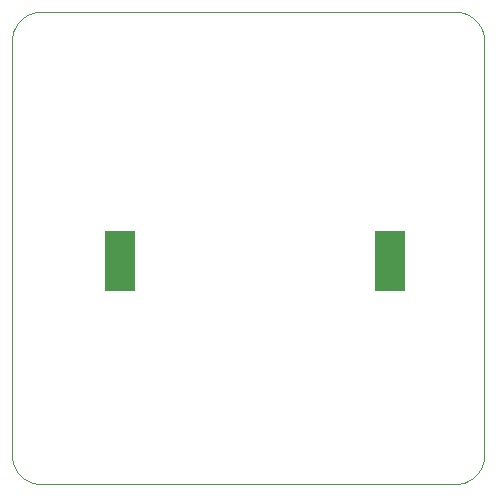
<source format=gbp>
G75*
%MOIN*%
%OFA0B0*%
%FSLAX25Y25*%
%IPPOS*%
%LPD*%
%AMOC8*
5,1,8,0,0,1.08239X$1,22.5*
%
%ADD10C,0.00000*%
%ADD11R,0.10000X0.20000*%
D10*
X0010843Y0001300D02*
X0148638Y0001300D01*
X0148876Y0001303D01*
X0149114Y0001311D01*
X0149351Y0001326D01*
X0149588Y0001346D01*
X0149824Y0001372D01*
X0150060Y0001403D01*
X0150295Y0001440D01*
X0150529Y0001483D01*
X0150762Y0001532D01*
X0150994Y0001586D01*
X0151224Y0001646D01*
X0151453Y0001711D01*
X0151680Y0001782D01*
X0151905Y0001858D01*
X0152128Y0001940D01*
X0152350Y0002027D01*
X0152569Y0002119D01*
X0152786Y0002217D01*
X0153000Y0002319D01*
X0153212Y0002427D01*
X0153422Y0002541D01*
X0153628Y0002659D01*
X0153832Y0002782D01*
X0154032Y0002910D01*
X0154229Y0003042D01*
X0154424Y0003180D01*
X0154614Y0003322D01*
X0154802Y0003469D01*
X0154985Y0003620D01*
X0155165Y0003775D01*
X0155341Y0003935D01*
X0155513Y0004099D01*
X0155682Y0004268D01*
X0155846Y0004440D01*
X0156006Y0004616D01*
X0156161Y0004796D01*
X0156312Y0004979D01*
X0156459Y0005167D01*
X0156601Y0005357D01*
X0156739Y0005552D01*
X0156871Y0005749D01*
X0156999Y0005949D01*
X0157122Y0006153D01*
X0157240Y0006359D01*
X0157354Y0006569D01*
X0157462Y0006781D01*
X0157564Y0006995D01*
X0157662Y0007212D01*
X0157754Y0007431D01*
X0157841Y0007653D01*
X0157923Y0007876D01*
X0157999Y0008101D01*
X0158070Y0008328D01*
X0158135Y0008557D01*
X0158195Y0008787D01*
X0158249Y0009019D01*
X0158298Y0009252D01*
X0158341Y0009486D01*
X0158378Y0009721D01*
X0158409Y0009957D01*
X0158435Y0010193D01*
X0158455Y0010430D01*
X0158470Y0010667D01*
X0158478Y0010905D01*
X0158481Y0011143D01*
X0158480Y0011143D02*
X0158480Y0148938D01*
X0158481Y0148938D02*
X0158478Y0149176D01*
X0158470Y0149414D01*
X0158455Y0149651D01*
X0158435Y0149888D01*
X0158409Y0150124D01*
X0158378Y0150360D01*
X0158341Y0150595D01*
X0158298Y0150829D01*
X0158249Y0151062D01*
X0158195Y0151294D01*
X0158135Y0151524D01*
X0158070Y0151753D01*
X0157999Y0151980D01*
X0157923Y0152205D01*
X0157841Y0152428D01*
X0157754Y0152650D01*
X0157662Y0152869D01*
X0157564Y0153086D01*
X0157462Y0153300D01*
X0157354Y0153512D01*
X0157240Y0153722D01*
X0157122Y0153928D01*
X0156999Y0154132D01*
X0156871Y0154332D01*
X0156739Y0154529D01*
X0156601Y0154724D01*
X0156459Y0154914D01*
X0156312Y0155102D01*
X0156161Y0155285D01*
X0156006Y0155465D01*
X0155846Y0155641D01*
X0155682Y0155813D01*
X0155513Y0155982D01*
X0155341Y0156146D01*
X0155165Y0156306D01*
X0154985Y0156461D01*
X0154802Y0156612D01*
X0154614Y0156759D01*
X0154424Y0156901D01*
X0154229Y0157039D01*
X0154032Y0157171D01*
X0153832Y0157299D01*
X0153628Y0157422D01*
X0153422Y0157540D01*
X0153212Y0157654D01*
X0153000Y0157762D01*
X0152786Y0157864D01*
X0152569Y0157962D01*
X0152350Y0158054D01*
X0152128Y0158141D01*
X0151905Y0158223D01*
X0151680Y0158299D01*
X0151453Y0158370D01*
X0151224Y0158435D01*
X0150994Y0158495D01*
X0150762Y0158549D01*
X0150529Y0158598D01*
X0150295Y0158641D01*
X0150060Y0158678D01*
X0149824Y0158709D01*
X0149588Y0158735D01*
X0149351Y0158755D01*
X0149114Y0158770D01*
X0148876Y0158778D01*
X0148638Y0158781D01*
X0148638Y0158780D02*
X0010843Y0158780D01*
X0010843Y0158781D02*
X0010605Y0158778D01*
X0010367Y0158770D01*
X0010130Y0158755D01*
X0009893Y0158735D01*
X0009657Y0158709D01*
X0009421Y0158678D01*
X0009186Y0158641D01*
X0008952Y0158598D01*
X0008719Y0158549D01*
X0008487Y0158495D01*
X0008257Y0158435D01*
X0008028Y0158370D01*
X0007801Y0158299D01*
X0007576Y0158223D01*
X0007353Y0158141D01*
X0007131Y0158054D01*
X0006912Y0157962D01*
X0006695Y0157864D01*
X0006481Y0157762D01*
X0006269Y0157654D01*
X0006059Y0157540D01*
X0005853Y0157422D01*
X0005649Y0157299D01*
X0005449Y0157171D01*
X0005252Y0157039D01*
X0005057Y0156901D01*
X0004867Y0156759D01*
X0004679Y0156612D01*
X0004496Y0156461D01*
X0004316Y0156306D01*
X0004140Y0156146D01*
X0003968Y0155982D01*
X0003799Y0155813D01*
X0003635Y0155641D01*
X0003475Y0155465D01*
X0003320Y0155285D01*
X0003169Y0155102D01*
X0003022Y0154914D01*
X0002880Y0154724D01*
X0002742Y0154529D01*
X0002610Y0154332D01*
X0002482Y0154132D01*
X0002359Y0153928D01*
X0002241Y0153722D01*
X0002127Y0153512D01*
X0002019Y0153300D01*
X0001917Y0153086D01*
X0001819Y0152869D01*
X0001727Y0152650D01*
X0001640Y0152428D01*
X0001558Y0152205D01*
X0001482Y0151980D01*
X0001411Y0151753D01*
X0001346Y0151524D01*
X0001286Y0151294D01*
X0001232Y0151062D01*
X0001183Y0150829D01*
X0001140Y0150595D01*
X0001103Y0150360D01*
X0001072Y0150124D01*
X0001046Y0149888D01*
X0001026Y0149651D01*
X0001011Y0149414D01*
X0001003Y0149176D01*
X0001000Y0148938D01*
X0001000Y0011143D01*
X0001003Y0010905D01*
X0001011Y0010667D01*
X0001026Y0010430D01*
X0001046Y0010193D01*
X0001072Y0009957D01*
X0001103Y0009721D01*
X0001140Y0009486D01*
X0001183Y0009252D01*
X0001232Y0009019D01*
X0001286Y0008787D01*
X0001346Y0008557D01*
X0001411Y0008328D01*
X0001482Y0008101D01*
X0001558Y0007876D01*
X0001640Y0007653D01*
X0001727Y0007431D01*
X0001819Y0007212D01*
X0001917Y0006995D01*
X0002019Y0006781D01*
X0002127Y0006569D01*
X0002241Y0006359D01*
X0002359Y0006153D01*
X0002482Y0005949D01*
X0002610Y0005749D01*
X0002742Y0005552D01*
X0002880Y0005357D01*
X0003022Y0005167D01*
X0003169Y0004979D01*
X0003320Y0004796D01*
X0003475Y0004616D01*
X0003635Y0004440D01*
X0003799Y0004268D01*
X0003968Y0004099D01*
X0004140Y0003935D01*
X0004316Y0003775D01*
X0004496Y0003620D01*
X0004679Y0003469D01*
X0004867Y0003322D01*
X0005057Y0003180D01*
X0005252Y0003042D01*
X0005449Y0002910D01*
X0005649Y0002782D01*
X0005853Y0002659D01*
X0006059Y0002541D01*
X0006269Y0002427D01*
X0006481Y0002319D01*
X0006695Y0002217D01*
X0006912Y0002119D01*
X0007131Y0002027D01*
X0007353Y0001940D01*
X0007576Y0001858D01*
X0007801Y0001782D01*
X0008028Y0001711D01*
X0008257Y0001646D01*
X0008487Y0001586D01*
X0008719Y0001532D01*
X0008952Y0001483D01*
X0009186Y0001440D01*
X0009421Y0001403D01*
X0009657Y0001372D01*
X0009893Y0001346D01*
X0010130Y0001326D01*
X0010367Y0001311D01*
X0010605Y0001303D01*
X0010843Y0001300D01*
D11*
X0036946Y0075751D03*
X0126946Y0075751D03*
M02*

</source>
